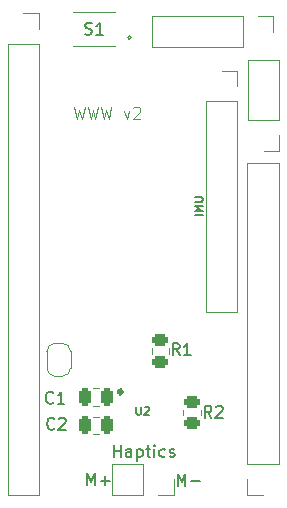
<source format=gbr>
%TF.GenerationSoftware,KiCad,Pcbnew,8.0.4*%
%TF.CreationDate,2024-08-29T19:37:46+02:00*%
%TF.ProjectId,wireless-wizard-wand,77697265-6c65-4737-932d-77697a617264,rev?*%
%TF.SameCoordinates,Original*%
%TF.FileFunction,Legend,Top*%
%TF.FilePolarity,Positive*%
%FSLAX46Y46*%
G04 Gerber Fmt 4.6, Leading zero omitted, Abs format (unit mm)*
G04 Created by KiCad (PCBNEW 8.0.4) date 2024-08-29 19:37:46*
%MOMM*%
%LPD*%
G01*
G04 APERTURE LIST*
G04 Aperture macros list*
%AMRoundRect*
0 Rectangle with rounded corners*
0 $1 Rounding radius*
0 $2 $3 $4 $5 $6 $7 $8 $9 X,Y pos of 4 corners*
0 Add a 4 corners polygon primitive as box body*
4,1,4,$2,$3,$4,$5,$6,$7,$8,$9,$2,$3,0*
0 Add four circle primitives for the rounded corners*
1,1,$1+$1,$2,$3*
1,1,$1+$1,$4,$5*
1,1,$1+$1,$6,$7*
1,1,$1+$1,$8,$9*
0 Add four rect primitives between the rounded corners*
20,1,$1+$1,$2,$3,$4,$5,0*
20,1,$1+$1,$4,$5,$6,$7,0*
20,1,$1+$1,$6,$7,$8,$9,0*
20,1,$1+$1,$8,$9,$2,$3,0*%
%AMFreePoly0*
4,1,25,-0.850000,0.425000,-0.829199,0.556332,-0.768832,0.674809,-0.674809,0.768832,-0.556332,0.829199,-0.425000,0.850000,0.425000,0.850000,0.556332,0.829199,0.674809,0.768832,0.768832,0.674809,0.829199,0.556332,0.850000,0.425000,0.850000,-0.425000,0.829199,-0.556332,0.768832,-0.674809,0.674809,-0.768832,0.556332,-0.829199,0.425000,-0.850000,-0.425000,-0.850000,-0.556332,-0.829199,
-0.674809,-0.768832,-0.768832,-0.674809,-0.829199,-0.556332,-0.850000,-0.425000,-0.850000,0.425000,-0.850000,0.425000,$1*%
%AMFreePoly1*
4,1,19,0.500000,-0.750000,0.000000,-0.750000,0.000000,-0.744911,-0.071157,-0.744911,-0.207708,-0.704816,-0.327430,-0.627875,-0.420627,-0.520320,-0.479746,-0.390866,-0.500000,-0.250000,-0.500000,0.250000,-0.479746,0.390866,-0.420627,0.520320,-0.327430,0.627875,-0.207708,0.704816,-0.071157,0.744911,0.000000,0.744911,0.000000,0.750000,0.500000,0.750000,0.500000,-0.750000,0.500000,-0.750000,
$1*%
%AMFreePoly2*
4,1,19,0.000000,0.744911,0.071157,0.744911,0.207708,0.704816,0.327430,0.627875,0.420627,0.520320,0.479746,0.390866,0.500000,0.250000,0.500000,-0.250000,0.479746,-0.390866,0.420627,-0.520320,0.327430,-0.627875,0.207708,-0.704816,0.071157,-0.744911,0.000000,-0.744911,0.000000,-0.750000,-0.500000,-0.750000,-0.500000,0.750000,0.000000,0.750000,0.000000,0.744911,0.000000,0.744911,
$1*%
G04 Aperture macros list end*
%ADD10C,0.125000*%
%ADD11C,0.175000*%
%ADD12C,0.150000*%
%ADD13C,0.200000*%
%ADD14C,0.120000*%
%ADD15C,0.100000*%
%ADD16C,0.325000*%
%ADD17R,1.700000X1.700000*%
%ADD18O,1.700000X1.700000*%
%ADD19RoundRect,0.250000X-0.450000X0.262500X-0.450000X-0.262500X0.450000X-0.262500X0.450000X0.262500X0*%
%ADD20C,1.700000*%
%ADD21RoundRect,0.250000X0.250000X0.475000X-0.250000X0.475000X-0.250000X-0.475000X0.250000X-0.475000X0*%
%ADD22R,1.400000X1.050000*%
%ADD23FreePoly0,270.000000*%
%ADD24R,0.950000X0.350000*%
%ADD25R,0.350000X0.950000*%
%ADD26RoundRect,0.250000X0.450000X-0.262500X0.450000X0.262500X-0.450000X0.262500X-0.450000X-0.262500X0*%
%ADD27FreePoly1,90.000000*%
%ADD28FreePoly2,90.000000*%
G04 APERTURE END LIST*
D10*
X87728093Y-36844119D02*
X87966188Y-37844119D01*
X87966188Y-37844119D02*
X88156664Y-37129833D01*
X88156664Y-37129833D02*
X88347140Y-37844119D01*
X88347140Y-37844119D02*
X88585236Y-36844119D01*
X88870950Y-36844119D02*
X89109045Y-37844119D01*
X89109045Y-37844119D02*
X89299521Y-37129833D01*
X89299521Y-37129833D02*
X89489997Y-37844119D01*
X89489997Y-37844119D02*
X89728093Y-36844119D01*
X90013807Y-36844119D02*
X90251902Y-37844119D01*
X90251902Y-37844119D02*
X90442378Y-37129833D01*
X90442378Y-37129833D02*
X90632854Y-37844119D01*
X90632854Y-37844119D02*
X90870950Y-36844119D01*
X91918569Y-37177452D02*
X92156664Y-37844119D01*
X92156664Y-37844119D02*
X92394759Y-37177452D01*
X92728093Y-36939357D02*
X92775712Y-36891738D01*
X92775712Y-36891738D02*
X92870950Y-36844119D01*
X92870950Y-36844119D02*
X93109045Y-36844119D01*
X93109045Y-36844119D02*
X93204283Y-36891738D01*
X93204283Y-36891738D02*
X93251902Y-36939357D01*
X93251902Y-36939357D02*
X93299521Y-37034595D01*
X93299521Y-37034595D02*
X93299521Y-37129833D01*
X93299521Y-37129833D02*
X93251902Y-37272690D01*
X93251902Y-37272690D02*
X92680474Y-37844119D01*
X92680474Y-37844119D02*
X93299521Y-37844119D01*
D11*
X98605233Y-46018202D02*
X97905233Y-46018202D01*
X98605233Y-45684869D02*
X97905233Y-45684869D01*
X97905233Y-45684869D02*
X98405233Y-45451536D01*
X98405233Y-45451536D02*
X97905233Y-45218202D01*
X97905233Y-45218202D02*
X98605233Y-45218202D01*
X97905233Y-44884869D02*
X98471900Y-44884869D01*
X98471900Y-44884869D02*
X98538566Y-44851536D01*
X98538566Y-44851536D02*
X98571900Y-44818202D01*
X98571900Y-44818202D02*
X98605233Y-44751536D01*
X98605233Y-44751536D02*
X98605233Y-44618202D01*
X98605233Y-44618202D02*
X98571900Y-44551536D01*
X98571900Y-44551536D02*
X98538566Y-44518202D01*
X98538566Y-44518202D02*
X98471900Y-44484869D01*
X98471900Y-44484869D02*
X97905233Y-44484869D01*
D12*
X96466779Y-68919819D02*
X96466779Y-67919819D01*
X96466779Y-67919819D02*
X96800112Y-68634104D01*
X96800112Y-68634104D02*
X97133445Y-67919819D01*
X97133445Y-67919819D02*
X97133445Y-68919819D01*
X97609636Y-68538866D02*
X98371541Y-68538866D01*
D13*
X91069673Y-66467219D02*
X91069673Y-65467219D01*
X91069673Y-65943409D02*
X91641101Y-65943409D01*
X91641101Y-66467219D02*
X91641101Y-65467219D01*
X92545863Y-66467219D02*
X92545863Y-65943409D01*
X92545863Y-65943409D02*
X92498244Y-65848171D01*
X92498244Y-65848171D02*
X92403006Y-65800552D01*
X92403006Y-65800552D02*
X92212530Y-65800552D01*
X92212530Y-65800552D02*
X92117292Y-65848171D01*
X92545863Y-66419600D02*
X92450625Y-66467219D01*
X92450625Y-66467219D02*
X92212530Y-66467219D01*
X92212530Y-66467219D02*
X92117292Y-66419600D01*
X92117292Y-66419600D02*
X92069673Y-66324361D01*
X92069673Y-66324361D02*
X92069673Y-66229123D01*
X92069673Y-66229123D02*
X92117292Y-66133885D01*
X92117292Y-66133885D02*
X92212530Y-66086266D01*
X92212530Y-66086266D02*
X92450625Y-66086266D01*
X92450625Y-66086266D02*
X92545863Y-66038647D01*
X93022054Y-65800552D02*
X93022054Y-66800552D01*
X93022054Y-65848171D02*
X93117292Y-65800552D01*
X93117292Y-65800552D02*
X93307768Y-65800552D01*
X93307768Y-65800552D02*
X93403006Y-65848171D01*
X93403006Y-65848171D02*
X93450625Y-65895790D01*
X93450625Y-65895790D02*
X93498244Y-65991028D01*
X93498244Y-65991028D02*
X93498244Y-66276742D01*
X93498244Y-66276742D02*
X93450625Y-66371980D01*
X93450625Y-66371980D02*
X93403006Y-66419600D01*
X93403006Y-66419600D02*
X93307768Y-66467219D01*
X93307768Y-66467219D02*
X93117292Y-66467219D01*
X93117292Y-66467219D02*
X93022054Y-66419600D01*
X93783959Y-65800552D02*
X94164911Y-65800552D01*
X93926816Y-65467219D02*
X93926816Y-66324361D01*
X93926816Y-66324361D02*
X93974435Y-66419600D01*
X93974435Y-66419600D02*
X94069673Y-66467219D01*
X94069673Y-66467219D02*
X94164911Y-66467219D01*
X94498245Y-66467219D02*
X94498245Y-65800552D01*
X94498245Y-65467219D02*
X94450626Y-65514838D01*
X94450626Y-65514838D02*
X94498245Y-65562457D01*
X94498245Y-65562457D02*
X94545864Y-65514838D01*
X94545864Y-65514838D02*
X94498245Y-65467219D01*
X94498245Y-65467219D02*
X94498245Y-65562457D01*
X95403006Y-66419600D02*
X95307768Y-66467219D01*
X95307768Y-66467219D02*
X95117292Y-66467219D01*
X95117292Y-66467219D02*
X95022054Y-66419600D01*
X95022054Y-66419600D02*
X94974435Y-66371980D01*
X94974435Y-66371980D02*
X94926816Y-66276742D01*
X94926816Y-66276742D02*
X94926816Y-65991028D01*
X94926816Y-65991028D02*
X94974435Y-65895790D01*
X94974435Y-65895790D02*
X95022054Y-65848171D01*
X95022054Y-65848171D02*
X95117292Y-65800552D01*
X95117292Y-65800552D02*
X95307768Y-65800552D01*
X95307768Y-65800552D02*
X95403006Y-65848171D01*
X95783959Y-66419600D02*
X95879197Y-66467219D01*
X95879197Y-66467219D02*
X96069673Y-66467219D01*
X96069673Y-66467219D02*
X96164911Y-66419600D01*
X96164911Y-66419600D02*
X96212530Y-66324361D01*
X96212530Y-66324361D02*
X96212530Y-66276742D01*
X96212530Y-66276742D02*
X96164911Y-66181504D01*
X96164911Y-66181504D02*
X96069673Y-66133885D01*
X96069673Y-66133885D02*
X95926816Y-66133885D01*
X95926816Y-66133885D02*
X95831578Y-66086266D01*
X95831578Y-66086266D02*
X95783959Y-65991028D01*
X95783959Y-65991028D02*
X95783959Y-65943409D01*
X95783959Y-65943409D02*
X95831578Y-65848171D01*
X95831578Y-65848171D02*
X95926816Y-65800552D01*
X95926816Y-65800552D02*
X96069673Y-65800552D01*
X96069673Y-65800552D02*
X96164911Y-65848171D01*
D12*
X88836779Y-68869819D02*
X88836779Y-67869819D01*
X88836779Y-67869819D02*
X89170112Y-68584104D01*
X89170112Y-68584104D02*
X89503445Y-67869819D01*
X89503445Y-67869819D02*
X89503445Y-68869819D01*
X89979636Y-68488866D02*
X90741541Y-68488866D01*
X90360588Y-68869819D02*
X90360588Y-68107914D01*
X96633333Y-57854819D02*
X96300000Y-57378628D01*
X96061905Y-57854819D02*
X96061905Y-56854819D01*
X96061905Y-56854819D02*
X96442857Y-56854819D01*
X96442857Y-56854819D02*
X96538095Y-56902438D01*
X96538095Y-56902438D02*
X96585714Y-56950057D01*
X96585714Y-56950057D02*
X96633333Y-57045295D01*
X96633333Y-57045295D02*
X96633333Y-57188152D01*
X96633333Y-57188152D02*
X96585714Y-57283390D01*
X96585714Y-57283390D02*
X96538095Y-57331009D01*
X96538095Y-57331009D02*
X96442857Y-57378628D01*
X96442857Y-57378628D02*
X96061905Y-57378628D01*
X97585714Y-57854819D02*
X97014286Y-57854819D01*
X97300000Y-57854819D02*
X97300000Y-56854819D01*
X97300000Y-56854819D02*
X97204762Y-56997676D01*
X97204762Y-56997676D02*
X97109524Y-57092914D01*
X97109524Y-57092914D02*
X97014286Y-57140533D01*
X85933333Y-61859580D02*
X85885714Y-61907200D01*
X85885714Y-61907200D02*
X85742857Y-61954819D01*
X85742857Y-61954819D02*
X85647619Y-61954819D01*
X85647619Y-61954819D02*
X85504762Y-61907200D01*
X85504762Y-61907200D02*
X85409524Y-61811961D01*
X85409524Y-61811961D02*
X85361905Y-61716723D01*
X85361905Y-61716723D02*
X85314286Y-61526247D01*
X85314286Y-61526247D02*
X85314286Y-61383390D01*
X85314286Y-61383390D02*
X85361905Y-61192914D01*
X85361905Y-61192914D02*
X85409524Y-61097676D01*
X85409524Y-61097676D02*
X85504762Y-61002438D01*
X85504762Y-61002438D02*
X85647619Y-60954819D01*
X85647619Y-60954819D02*
X85742857Y-60954819D01*
X85742857Y-60954819D02*
X85885714Y-61002438D01*
X85885714Y-61002438D02*
X85933333Y-61050057D01*
X86885714Y-61954819D02*
X86314286Y-61954819D01*
X86600000Y-61954819D02*
X86600000Y-60954819D01*
X86600000Y-60954819D02*
X86504762Y-61097676D01*
X86504762Y-61097676D02*
X86409524Y-61192914D01*
X86409524Y-61192914D02*
X86314286Y-61240533D01*
X86033333Y-64059580D02*
X85985714Y-64107200D01*
X85985714Y-64107200D02*
X85842857Y-64154819D01*
X85842857Y-64154819D02*
X85747619Y-64154819D01*
X85747619Y-64154819D02*
X85604762Y-64107200D01*
X85604762Y-64107200D02*
X85509524Y-64011961D01*
X85509524Y-64011961D02*
X85461905Y-63916723D01*
X85461905Y-63916723D02*
X85414286Y-63726247D01*
X85414286Y-63726247D02*
X85414286Y-63583390D01*
X85414286Y-63583390D02*
X85461905Y-63392914D01*
X85461905Y-63392914D02*
X85509524Y-63297676D01*
X85509524Y-63297676D02*
X85604762Y-63202438D01*
X85604762Y-63202438D02*
X85747619Y-63154819D01*
X85747619Y-63154819D02*
X85842857Y-63154819D01*
X85842857Y-63154819D02*
X85985714Y-63202438D01*
X85985714Y-63202438D02*
X86033333Y-63250057D01*
X86414286Y-63250057D02*
X86461905Y-63202438D01*
X86461905Y-63202438D02*
X86557143Y-63154819D01*
X86557143Y-63154819D02*
X86795238Y-63154819D01*
X86795238Y-63154819D02*
X86890476Y-63202438D01*
X86890476Y-63202438D02*
X86938095Y-63250057D01*
X86938095Y-63250057D02*
X86985714Y-63345295D01*
X86985714Y-63345295D02*
X86985714Y-63440533D01*
X86985714Y-63440533D02*
X86938095Y-63583390D01*
X86938095Y-63583390D02*
X86366667Y-64154819D01*
X86366667Y-64154819D02*
X86985714Y-64154819D01*
D13*
X88624095Y-30667600D02*
X88766952Y-30715219D01*
X88766952Y-30715219D02*
X89005047Y-30715219D01*
X89005047Y-30715219D02*
X89100285Y-30667600D01*
X89100285Y-30667600D02*
X89147904Y-30619980D01*
X89147904Y-30619980D02*
X89195523Y-30524742D01*
X89195523Y-30524742D02*
X89195523Y-30429504D01*
X89195523Y-30429504D02*
X89147904Y-30334266D01*
X89147904Y-30334266D02*
X89100285Y-30286647D01*
X89100285Y-30286647D02*
X89005047Y-30239028D01*
X89005047Y-30239028D02*
X88814571Y-30191409D01*
X88814571Y-30191409D02*
X88719333Y-30143790D01*
X88719333Y-30143790D02*
X88671714Y-30096171D01*
X88671714Y-30096171D02*
X88624095Y-30000933D01*
X88624095Y-30000933D02*
X88624095Y-29905695D01*
X88624095Y-29905695D02*
X88671714Y-29810457D01*
X88671714Y-29810457D02*
X88719333Y-29762838D01*
X88719333Y-29762838D02*
X88814571Y-29715219D01*
X88814571Y-29715219D02*
X89052666Y-29715219D01*
X89052666Y-29715219D02*
X89195523Y-29762838D01*
X90147904Y-30715219D02*
X89576476Y-30715219D01*
X89862190Y-30715219D02*
X89862190Y-29715219D01*
X89862190Y-29715219D02*
X89766952Y-29858076D01*
X89766952Y-29858076D02*
X89671714Y-29953314D01*
X89671714Y-29953314D02*
X89576476Y-30000933D01*
D12*
X92966666Y-62216033D02*
X92966666Y-62782700D01*
X92966666Y-62782700D02*
X93000000Y-62849366D01*
X93000000Y-62849366D02*
X93033333Y-62882700D01*
X93033333Y-62882700D02*
X93100000Y-62916033D01*
X93100000Y-62916033D02*
X93233333Y-62916033D01*
X93233333Y-62916033D02*
X93300000Y-62882700D01*
X93300000Y-62882700D02*
X93333333Y-62849366D01*
X93333333Y-62849366D02*
X93366666Y-62782700D01*
X93366666Y-62782700D02*
X93366666Y-62216033D01*
X93666666Y-62282700D02*
X93699999Y-62249366D01*
X93699999Y-62249366D02*
X93766666Y-62216033D01*
X93766666Y-62216033D02*
X93933333Y-62216033D01*
X93933333Y-62216033D02*
X93999999Y-62249366D01*
X93999999Y-62249366D02*
X94033333Y-62282700D01*
X94033333Y-62282700D02*
X94066666Y-62349366D01*
X94066666Y-62349366D02*
X94066666Y-62416033D01*
X94066666Y-62416033D02*
X94033333Y-62516033D01*
X94033333Y-62516033D02*
X93633333Y-62916033D01*
X93633333Y-62916033D02*
X94066666Y-62916033D01*
X99333333Y-63154819D02*
X99000000Y-62678628D01*
X98761905Y-63154819D02*
X98761905Y-62154819D01*
X98761905Y-62154819D02*
X99142857Y-62154819D01*
X99142857Y-62154819D02*
X99238095Y-62202438D01*
X99238095Y-62202438D02*
X99285714Y-62250057D01*
X99285714Y-62250057D02*
X99333333Y-62345295D01*
X99333333Y-62345295D02*
X99333333Y-62488152D01*
X99333333Y-62488152D02*
X99285714Y-62583390D01*
X99285714Y-62583390D02*
X99238095Y-62631009D01*
X99238095Y-62631009D02*
X99142857Y-62678628D01*
X99142857Y-62678628D02*
X98761905Y-62678628D01*
X99714286Y-62250057D02*
X99761905Y-62202438D01*
X99761905Y-62202438D02*
X99857143Y-62154819D01*
X99857143Y-62154819D02*
X100095238Y-62154819D01*
X100095238Y-62154819D02*
X100190476Y-62202438D01*
X100190476Y-62202438D02*
X100238095Y-62250057D01*
X100238095Y-62250057D02*
X100285714Y-62345295D01*
X100285714Y-62345295D02*
X100285714Y-62440533D01*
X100285714Y-62440533D02*
X100238095Y-62583390D01*
X100238095Y-62583390D02*
X99666667Y-63154819D01*
X99666667Y-63154819D02*
X100285714Y-63154819D01*
D14*
%TO.C,J5*%
X94301000Y-29150000D02*
X94301000Y-31810000D01*
X101981000Y-29150000D02*
X94301000Y-29150000D01*
X101981000Y-29150000D02*
X101981000Y-31810000D01*
X101981000Y-31810000D02*
X94301000Y-31810000D01*
X103251000Y-29150000D02*
X104581000Y-29150000D01*
X104581000Y-29150000D02*
X104581000Y-30480000D01*
%TO.C,R1*%
X94265000Y-57285436D02*
X94265000Y-57739564D01*
X95735000Y-57285436D02*
X95735000Y-57739564D01*
%TO.C,J2*%
X102370000Y-67090000D02*
X102370000Y-41630000D01*
X102370000Y-69690000D02*
X102370000Y-68360000D01*
X103700000Y-69690000D02*
X102370000Y-69690000D01*
X105030000Y-41630000D02*
X102370000Y-41630000D01*
X105030000Y-67090000D02*
X102370000Y-67090000D01*
X105030000Y-67090000D02*
X105030000Y-41630000D01*
%TO.C,J4*%
X98870000Y-36370000D02*
X98870000Y-54210000D01*
X98870000Y-36370000D02*
X101530000Y-36370000D01*
X98870000Y-54210000D02*
X101530000Y-54210000D01*
X100200000Y-33770000D02*
X101530000Y-33770000D01*
X101530000Y-33770000D02*
X101530000Y-35100000D01*
X101530000Y-36370000D02*
X101530000Y-54210000D01*
%TO.C,C1*%
X89811252Y-60665000D02*
X89288748Y-60665000D01*
X89811252Y-62135000D02*
X89288748Y-62135000D01*
%TO.C,C2*%
X89811252Y-63065000D02*
X89288748Y-63065000D01*
X89811252Y-64535000D02*
X89288748Y-64535000D01*
%TO.C,J6*%
X102429000Y-37973000D02*
X102429000Y-32833000D01*
X105089000Y-32833000D02*
X102429000Y-32833000D01*
X105089000Y-37973000D02*
X102429000Y-37973000D01*
X105089000Y-37973000D02*
X105089000Y-32833000D01*
X105089000Y-39243000D02*
X105089000Y-40573000D01*
X105089000Y-40573000D02*
X103759000Y-40573000D01*
D15*
%TO.C,S1*%
X91136000Y-28813000D02*
X87636000Y-28813000D01*
X91136000Y-31713000D02*
X87586000Y-31713000D01*
D13*
X92386000Y-30863000D02*
X92386000Y-30863000D01*
X92386000Y-31063000D02*
X92386000Y-31063000D01*
X92386000Y-30863000D02*
G75*
G02*
X92386000Y-31063000I0J-100000D01*
G01*
X92386000Y-31063000D02*
G75*
G02*
X92386000Y-30863000I0J100000D01*
G01*
D14*
%TO.C,J1*%
X82070000Y-31530000D02*
X82070000Y-69690000D01*
X82070000Y-31530000D02*
X84730000Y-31530000D01*
X82070000Y-69690000D02*
X84730000Y-69690000D01*
X83400000Y-28930000D02*
X84730000Y-28930000D01*
X84730000Y-28930000D02*
X84730000Y-30260000D01*
X84730000Y-31530000D02*
X84730000Y-69690000D01*
%TO.C,J3*%
X90930000Y-67055000D02*
X90930000Y-69715000D01*
X93530000Y-67055000D02*
X90930000Y-67055000D01*
X93530000Y-67055000D02*
X93530000Y-69715000D01*
X93530000Y-69715000D02*
X90930000Y-69715000D01*
X96130000Y-68385000D02*
X96130000Y-69715000D01*
X96130000Y-69715000D02*
X94800000Y-69715000D01*
D16*
%TO.C,U2*%
X91788000Y-60975000D02*
G75*
G02*
X91463000Y-60975000I-162500J0D01*
G01*
X91463000Y-60975000D02*
G75*
G02*
X91788000Y-60975000I162500J0D01*
G01*
D14*
%TO.C,R2*%
X96965000Y-62939564D02*
X96965000Y-62485436D01*
X98435000Y-62939564D02*
X98435000Y-62485436D01*
%TO.C,JP1*%
X85400000Y-58950000D02*
X85400000Y-57550000D01*
X86100000Y-56850000D02*
X86700000Y-56850000D01*
X86700000Y-59650000D02*
X86100000Y-59650000D01*
X87400000Y-57550000D02*
X87400000Y-58950000D01*
X85400000Y-57550000D02*
G75*
G02*
X86100000Y-56850000I700000J0D01*
G01*
X86100000Y-59650000D02*
G75*
G02*
X85400000Y-58950000I-1J699999D01*
G01*
X86700000Y-56850000D02*
G75*
G02*
X87400000Y-57550000I0J-700000D01*
G01*
X87400000Y-58950000D02*
G75*
G02*
X86700000Y-59650000I-699999J-1D01*
G01*
%TD*%
%LPC*%
D17*
%TO.C,J5*%
X103251000Y-30480000D03*
D18*
X100711000Y-30480000D03*
X98171000Y-30480000D03*
X95631000Y-30480000D03*
%TD*%
D19*
%TO.C,R1*%
X95000000Y-56600000D03*
X95000000Y-58425000D03*
%TD*%
D20*
%TO.C,J2*%
X103700000Y-68360000D03*
D18*
X103700000Y-65820000D03*
X103700000Y-63280000D03*
X103700000Y-60740000D03*
X103700000Y-58200000D03*
X103700000Y-55660000D03*
X103700000Y-53120000D03*
X103700000Y-50580000D03*
X103700000Y-48040000D03*
X103700000Y-45500000D03*
X103700000Y-42960000D03*
%TD*%
D20*
%TO.C,J4*%
X100200000Y-35100000D03*
D17*
X100200000Y-37640000D03*
D18*
X100200000Y-40180000D03*
X100200000Y-42720000D03*
X100200000Y-45260000D03*
X100200000Y-47800000D03*
X100200000Y-50340000D03*
X100200000Y-52880000D03*
%TD*%
D21*
%TO.C,C1*%
X90500000Y-61400000D03*
X88600000Y-61400000D03*
%TD*%
%TO.C,C2*%
X90500000Y-63800000D03*
X88600000Y-63800000D03*
%TD*%
D17*
%TO.C,J6*%
X103759000Y-39243000D03*
D18*
X103759000Y-36703000D03*
X103759000Y-34163000D03*
%TD*%
D22*
%TO.C,S1*%
X91186000Y-30988000D03*
X87586000Y-30988000D03*
X91186000Y-29538000D03*
X87586000Y-29538000D03*
%TD*%
D20*
%TO.C,J1*%
X83400000Y-30260000D03*
D18*
X83400000Y-32800000D03*
X83400000Y-35340000D03*
D17*
X83400000Y-37880000D03*
D18*
X83400000Y-40420000D03*
X83400000Y-42960000D03*
X83400000Y-45500000D03*
X83400000Y-48040000D03*
X83400000Y-50580000D03*
X83400000Y-53120000D03*
X83400000Y-55660000D03*
X83400000Y-58200000D03*
X83400000Y-60740000D03*
X83400000Y-63280000D03*
X83400000Y-65820000D03*
X83400000Y-68360000D03*
%TD*%
D23*
%TO.C,J3*%
X94800000Y-68385000D03*
X92260000Y-68385000D03*
%TD*%
D24*
%TO.C,U2*%
X92100000Y-61950000D03*
X92100000Y-62600000D03*
X92100000Y-63250000D03*
D25*
X92850000Y-64000000D03*
X93500000Y-64000000D03*
X94150000Y-64000000D03*
D24*
X94900000Y-63250000D03*
X94900000Y-62600000D03*
X94900000Y-61950000D03*
D25*
X94150000Y-61200000D03*
X93500000Y-61200000D03*
X92850000Y-61200000D03*
%TD*%
D26*
%TO.C,R2*%
X97700000Y-63625000D03*
X97700000Y-61800000D03*
%TD*%
D27*
%TO.C,JP1*%
X86400000Y-58900000D03*
D28*
X86400000Y-57600000D03*
%TD*%
%LPD*%
M02*

</source>
